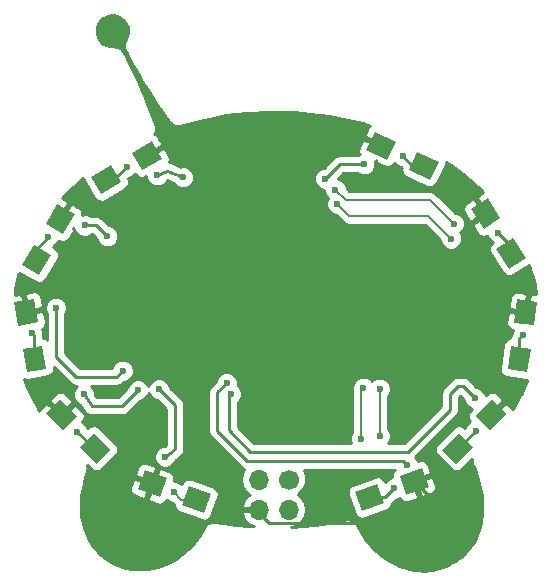
<source format=gtl>
G04 #@! TF.FileFunction,Copper,L1,Top,Signal*
%FSLAX46Y46*%
G04 Gerber Fmt 4.6, Leading zero omitted, Abs format (unit mm)*
G04 Created by KiCad (PCBNEW 4.0.7) date 05/31/18 21:42:14*
%MOMM*%
%LPD*%
G01*
G04 APERTURE LIST*
%ADD10C,0.100000*%
%ADD11C,1.700000*%
%ADD12O,1.700000X1.700000*%
%ADD13C,0.600000*%
%ADD14C,0.250000*%
%ADD15C,0.200000*%
%ADD16C,0.254000*%
G04 APERTURE END LIST*
D10*
D11*
X101107240Y-115813840D03*
D12*
X101107240Y-118353840D03*
X98567240Y-115813840D03*
X98567240Y-118353840D03*
D10*
G36*
X112383360Y-114824701D02*
X112964795Y-116422179D01*
X111085410Y-117106219D01*
X110503975Y-115508741D01*
X112383360Y-114824701D01*
X112383360Y-114824701D01*
G37*
G36*
X108624590Y-116192781D02*
X109206025Y-117790259D01*
X107326640Y-118474299D01*
X106745205Y-116876821D01*
X108624590Y-116192781D01*
X108624590Y-116192781D01*
G37*
G36*
X88330205Y-116612679D02*
X88911640Y-115015201D01*
X90791025Y-115699241D01*
X90209590Y-117296719D01*
X88330205Y-116612679D01*
X88330205Y-116612679D01*
G37*
G36*
X92088975Y-117980759D02*
X92670410Y-116383281D01*
X94549795Y-117067321D01*
X93968360Y-118664799D01*
X92088975Y-117980759D01*
X92088975Y-117980759D01*
G37*
G36*
X80589638Y-110239720D02*
X81791720Y-109037638D01*
X83205934Y-110451852D01*
X82003852Y-111653934D01*
X80589638Y-110239720D01*
X80589638Y-110239720D01*
G37*
G36*
X83418066Y-113068148D02*
X84620148Y-111866066D01*
X86034362Y-113280280D01*
X84832280Y-114482362D01*
X83418066Y-113068148D01*
X83418066Y-113068148D01*
G37*
G36*
X77889969Y-100825177D02*
X79564142Y-100529975D01*
X79911439Y-102499591D01*
X78237266Y-102794793D01*
X77889969Y-100825177D01*
X77889969Y-100825177D01*
G37*
G36*
X78584561Y-104764409D02*
X80258734Y-104469207D01*
X80606031Y-106438823D01*
X78931858Y-106734025D01*
X78584561Y-104764409D01*
X78584561Y-104764409D01*
G37*
G36*
X81535878Y-92480924D02*
X83008122Y-93330924D01*
X82008122Y-95062974D01*
X80535878Y-94212974D01*
X81535878Y-92480924D01*
X81535878Y-92480924D01*
G37*
G36*
X79535878Y-95945026D02*
X81008122Y-96795026D01*
X80008122Y-98527076D01*
X78535878Y-97677076D01*
X79535878Y-95945026D01*
X79535878Y-95945026D01*
G37*
G36*
X89549076Y-87171878D02*
X90399076Y-88644122D01*
X88667026Y-89644122D01*
X87817026Y-88171878D01*
X89549076Y-87171878D01*
X89549076Y-87171878D01*
G37*
G36*
X86084974Y-89171878D02*
X86934974Y-90644122D01*
X85202924Y-91644122D01*
X84352924Y-90171878D01*
X86084974Y-89171878D01*
X86084974Y-89171878D01*
G37*
G36*
X107665851Y-87894506D02*
X108384302Y-86353783D01*
X110196917Y-87199020D01*
X109478466Y-88739743D01*
X107665851Y-87894506D01*
X107665851Y-87894506D01*
G37*
G36*
X111291083Y-89584980D02*
X112009534Y-88044257D01*
X113822149Y-88889494D01*
X113103698Y-90430217D01*
X111291083Y-89584980D01*
X111291083Y-89584980D01*
G37*
G36*
X116525213Y-92942932D02*
X117950953Y-92017045D01*
X119040231Y-93694386D01*
X117614491Y-94620273D01*
X116525213Y-92942932D01*
X116525213Y-92942932D01*
G37*
G36*
X118703769Y-96297614D02*
X120129509Y-95371727D01*
X121218787Y-97049068D01*
X119793047Y-97974955D01*
X118703769Y-96297614D01*
X118703769Y-96297614D01*
G37*
G36*
X120479791Y-100542899D02*
X122163247Y-100779493D01*
X121884901Y-102760029D01*
X120201445Y-102523435D01*
X120479791Y-100542899D01*
X120479791Y-100542899D01*
G37*
G36*
X119923099Y-104503971D02*
X121606555Y-104740565D01*
X121328209Y-106721101D01*
X119644753Y-106484507D01*
X119923099Y-104503971D01*
X119923099Y-104503971D01*
G37*
G36*
X118360280Y-109037638D02*
X119562362Y-110239720D01*
X118148148Y-111653934D01*
X116946066Y-110451852D01*
X118360280Y-109037638D01*
X118360280Y-109037638D01*
G37*
G36*
X115531852Y-111866066D02*
X116733934Y-113068148D01*
X115319720Y-114482362D01*
X114117638Y-113280280D01*
X115531852Y-111866066D01*
X115531852Y-111866066D01*
G37*
D13*
X101282500Y-112318800D03*
X101257100Y-110312200D03*
X91389200Y-116878100D03*
X83174840Y-111749840D03*
X79364840Y-103444040D03*
X80736440Y-95290640D03*
X87401400Y-89347040D03*
X110759240Y-88432640D03*
X118836440Y-94909640D03*
X120924320Y-103545640D03*
X116954300Y-111709200D03*
X110032800Y-116573300D03*
X90647520Y-113893600D03*
X90144600Y-108168440D03*
X83779360Y-108610400D03*
X88356440Y-108244640D03*
X81422240Y-101269800D03*
X87061040Y-106603800D03*
X83850480Y-94305120D03*
X85765640Y-95214440D03*
X89992200Y-90068400D03*
X92171520Y-90236040D03*
X107518200Y-89118440D03*
X104206040Y-90337640D03*
X115087400Y-94145100D03*
X105079800Y-91262200D03*
X114871500Y-95427800D03*
X105219500Y-92481400D03*
X116878100Y-108915200D03*
X96202500Y-108572300D03*
X108813600Y-112128300D03*
X108813600Y-108127800D03*
X107251500Y-112356900D03*
X107442000Y-108051600D03*
X111150400Y-114604800D03*
X95859600Y-107657900D03*
D14*
X98567240Y-118353840D02*
X98567240Y-118671340D01*
X98567240Y-118671340D02*
X99428300Y-119532400D01*
X112979200Y-117210275D02*
X111734385Y-115965460D01*
X112979200Y-117703600D02*
X112979200Y-117210275D01*
X111150400Y-119532400D02*
X112979200Y-117703600D01*
X99428300Y-119532400D02*
X111150400Y-119532400D01*
D15*
X101282500Y-112318800D02*
X101257100Y-112293400D01*
X101257100Y-112293400D02*
X101257100Y-110312200D01*
X92035140Y-117524040D02*
X93319385Y-117524040D01*
X91389200Y-116878100D02*
X92035140Y-117524040D01*
D14*
X83174840Y-111749840D02*
X84599214Y-113174214D01*
X84599214Y-113174214D02*
X84726214Y-113174214D01*
X79595296Y-103674496D02*
X79595296Y-105601616D01*
X79364840Y-103444040D02*
X79595296Y-103674496D01*
X80736440Y-95290640D02*
X79772000Y-96255080D01*
X79772000Y-96255080D02*
X79772000Y-97236051D01*
X87401400Y-89347040D02*
X86340440Y-90408000D01*
X86340440Y-90408000D02*
X85643949Y-90408000D01*
X110759240Y-88432640D02*
X111563837Y-89237237D01*
X111563837Y-89237237D02*
X112556616Y-89237237D01*
X118836440Y-94909640D02*
X119961278Y-96034478D01*
X119961278Y-96034478D02*
X119961278Y-96673341D01*
X120625654Y-105612536D02*
X120625654Y-103844306D01*
X120625654Y-103844306D02*
X120924320Y-103545640D01*
X116954300Y-111709200D02*
X115489286Y-113174214D01*
X115489286Y-113174214D02*
X115425786Y-113174214D01*
X115501986Y-113174214D02*
X115425786Y-113174214D01*
X109272560Y-117333540D02*
X107975615Y-117333540D01*
X110032800Y-116573300D02*
X109272560Y-117333540D01*
X91516200Y-113233200D02*
X90647520Y-113893600D01*
X91516200Y-109540040D02*
X91516200Y-113233200D01*
X90144600Y-108168440D02*
X91516200Y-109540040D01*
X84429600Y-109616240D02*
X83779360Y-108610400D01*
X86984840Y-109616240D02*
X84429600Y-109616240D01*
X88356440Y-108244640D02*
X86984840Y-109616240D01*
X81422240Y-105425240D02*
X81422240Y-101269800D01*
X83134200Y-107137200D02*
X81422240Y-105425240D01*
X86527640Y-107137200D02*
X83134200Y-107137200D01*
X87061040Y-106603800D02*
X86527640Y-107137200D01*
X84775040Y-94223840D02*
X83850480Y-94305120D01*
X85765640Y-95214440D02*
X84775040Y-94223840D01*
X90835480Y-89651840D02*
X89992200Y-90068400D01*
X92171520Y-90236040D02*
X90835480Y-89651840D01*
X105425240Y-89118440D02*
X107518200Y-89118440D01*
X104206040Y-90337640D02*
X105425240Y-89118440D01*
D15*
X113068100Y-92125800D02*
X115087400Y-94145100D01*
X105943400Y-92125800D02*
X113068100Y-92125800D01*
X105079800Y-91262200D02*
X105943400Y-92125800D01*
X112953800Y-93510100D02*
X114871500Y-95427800D01*
X106248200Y-93510100D02*
X112953800Y-93510100D01*
X105219500Y-92481400D02*
X106248200Y-93510100D01*
D14*
X115836700Y-107873800D02*
X116878100Y-108915200D01*
X115455700Y-107873800D02*
X115836700Y-107873800D01*
X114782600Y-108546900D02*
X115455700Y-107873800D01*
X114782600Y-109893100D02*
X114782600Y-108546900D01*
X111213900Y-113461800D02*
X114782600Y-109893100D01*
X97840800Y-113461800D02*
X111213900Y-113461800D01*
X96024700Y-111645700D02*
X97840800Y-113461800D01*
X96024700Y-108750100D02*
X96024700Y-111645700D01*
X96202500Y-108572300D02*
X96024700Y-108750100D01*
D15*
X108813600Y-108127800D02*
X108813600Y-112128300D01*
X107251500Y-108242100D02*
X107251500Y-112356900D01*
X107442000Y-108051600D02*
X107251500Y-108242100D01*
D14*
X110769400Y-114223800D02*
X111150400Y-114604800D01*
X97624900Y-114223800D02*
X110769400Y-114223800D01*
X95084900Y-111683800D02*
X97624900Y-114223800D01*
X95084900Y-108432600D02*
X95084900Y-111683800D01*
X95859600Y-107657900D02*
X95084900Y-108432600D01*
D16*
G36*
X115942978Y-109054880D02*
X115942938Y-109100367D01*
X116084983Y-109444143D01*
X116347773Y-109707392D01*
X116662015Y-109837878D01*
X116407740Y-110092153D01*
X116311067Y-110325542D01*
X116311066Y-110578161D01*
X116407739Y-110811550D01*
X116486860Y-110890671D01*
X116425357Y-110916083D01*
X116162108Y-111178873D01*
X116044209Y-111462805D01*
X115989661Y-111408257D01*
X115791958Y-111273172D01*
X115540796Y-111218688D01*
X115288225Y-111266212D01*
X115074043Y-111408257D01*
X113659829Y-112822471D01*
X113524744Y-113020174D01*
X113470260Y-113271336D01*
X113517784Y-113523907D01*
X113659829Y-113738089D01*
X114861911Y-114940171D01*
X115059614Y-115075256D01*
X115310776Y-115129740D01*
X115563347Y-115082216D01*
X115777529Y-114940171D01*
X116669080Y-114048620D01*
X116651916Y-114151793D01*
X116625626Y-114265795D01*
X116629302Y-114287726D01*
X116625653Y-114309658D01*
X116652078Y-114423624D01*
X116671417Y-114539012D01*
X116683204Y-114557865D01*
X116688227Y-114579527D01*
X116858545Y-114956660D01*
X116962336Y-115221903D01*
X117079197Y-115549115D01*
X117172730Y-115864786D01*
X117256197Y-116174807D01*
X117339497Y-116531809D01*
X117456759Y-117129846D01*
X117478318Y-117377769D01*
X117501600Y-117715361D01*
X117501600Y-118015085D01*
X117489531Y-118727136D01*
X117422197Y-119366812D01*
X117289260Y-119876404D01*
X117085752Y-120486928D01*
X116933976Y-120779639D01*
X116784108Y-121067848D01*
X116462845Y-121566359D01*
X116041237Y-122043442D01*
X115681111Y-122371792D01*
X115514492Y-122479605D01*
X115500413Y-122493275D01*
X115482598Y-122501498D01*
X115205630Y-122702929D01*
X115156915Y-122737725D01*
X115007282Y-122817529D01*
X114996647Y-122826241D01*
X114983652Y-122830717D01*
X114698616Y-122996988D01*
X114663567Y-123014512D01*
X114202280Y-123208739D01*
X114182876Y-123221869D01*
X114160278Y-123228057D01*
X114140621Y-123237886D01*
X113594788Y-123398425D01*
X113260545Y-123454132D01*
X113124228Y-123475104D01*
X112575906Y-123520797D01*
X112025989Y-123509575D01*
X111681563Y-123467826D01*
X111056588Y-123320105D01*
X110456268Y-123112301D01*
X110015055Y-122919978D01*
X109516187Y-122647868D01*
X109003164Y-122294452D01*
X108493895Y-121866203D01*
X108046140Y-121418448D01*
X107598146Y-120867070D01*
X107218305Y-120280044D01*
X106891022Y-119649721D01*
X106866581Y-119619203D01*
X106851656Y-119583063D01*
X106775456Y-119468763D01*
X106758861Y-119452133D01*
X106748497Y-119431054D01*
X106661548Y-119354617D01*
X106579772Y-119272670D01*
X106558081Y-119263658D01*
X106540436Y-119248147D01*
X106430857Y-119210804D01*
X106323943Y-119166387D01*
X106300448Y-119166362D01*
X106278216Y-119158786D01*
X106162691Y-119166219D01*
X106046914Y-119166098D01*
X106025202Y-119175065D01*
X106001760Y-119176573D01*
X105827221Y-119223117D01*
X105274401Y-119343295D01*
X104484741Y-119479018D01*
X103896656Y-119566605D01*
X103305940Y-119652751D01*
X102129013Y-119764249D01*
X101531106Y-119800856D01*
X101297131Y-119806855D01*
X101704618Y-119725801D01*
X102186387Y-119403894D01*
X102508294Y-118922125D01*
X102621333Y-118353840D01*
X102508294Y-117785555D01*
X102186387Y-117303786D01*
X101882080Y-117100455D01*
X101947326Y-117073496D01*
X102365428Y-116656123D01*
X102591982Y-116110521D01*
X102592497Y-115519751D01*
X102371047Y-114983800D01*
X110136930Y-114983800D01*
X109981851Y-115125903D01*
X109875089Y-115354854D01*
X109864070Y-115607232D01*
X109875328Y-115638162D01*
X109847633Y-115638138D01*
X109503857Y-115780183D01*
X109254140Y-116029465D01*
X109232985Y-115971343D01*
X109110894Y-115765362D01*
X108906290Y-115609837D01*
X108657298Y-115546168D01*
X108403153Y-115584386D01*
X106523768Y-116268426D01*
X106317786Y-116390517D01*
X106162261Y-116595121D01*
X106098592Y-116844113D01*
X106136810Y-117098259D01*
X106718245Y-118695737D01*
X106840336Y-118901718D01*
X107044940Y-119057243D01*
X107293932Y-119120912D01*
X107548077Y-119082694D01*
X109427462Y-118398654D01*
X109633444Y-118276563D01*
X109788969Y-118071959D01*
X109850818Y-117830084D01*
X110172480Y-117508422D01*
X110217967Y-117508462D01*
X110511862Y-117387027D01*
X110531905Y-117442094D01*
X110702572Y-117628344D01*
X110931523Y-117735105D01*
X111183901Y-117746124D01*
X111973768Y-117458636D01*
X112068648Y-117255164D01*
X111658481Y-116128238D01*
X111639687Y-116135079D01*
X111605578Y-116041364D01*
X111897163Y-116041364D01*
X112307330Y-117168291D01*
X112510802Y-117263171D01*
X113300669Y-116975683D01*
X113486919Y-116805017D01*
X113593681Y-116576066D01*
X113604700Y-116323688D01*
X113518299Y-116086304D01*
X113368515Y-115674774D01*
X113165043Y-115579894D01*
X111897163Y-116041364D01*
X111605578Y-116041364D01*
X111552814Y-115896396D01*
X111571607Y-115889556D01*
X111564766Y-115870762D01*
X111803449Y-115783889D01*
X111810289Y-115802682D01*
X113078170Y-115341212D01*
X113173050Y-115137740D01*
X113023266Y-114726210D01*
X112936865Y-114488826D01*
X112766198Y-114302576D01*
X112537247Y-114195815D01*
X112284869Y-114184796D01*
X112027270Y-114278554D01*
X111943517Y-114075857D01*
X111809198Y-113941304D01*
X115320001Y-110430501D01*
X115484748Y-110183939D01*
X115542600Y-109893100D01*
X115542600Y-108861702D01*
X115646200Y-108758102D01*
X115942978Y-109054880D01*
X115942978Y-109054880D01*
G37*
X115942978Y-109054880D02*
X115942938Y-109100367D01*
X116084983Y-109444143D01*
X116347773Y-109707392D01*
X116662015Y-109837878D01*
X116407740Y-110092153D01*
X116311067Y-110325542D01*
X116311066Y-110578161D01*
X116407739Y-110811550D01*
X116486860Y-110890671D01*
X116425357Y-110916083D01*
X116162108Y-111178873D01*
X116044209Y-111462805D01*
X115989661Y-111408257D01*
X115791958Y-111273172D01*
X115540796Y-111218688D01*
X115288225Y-111266212D01*
X115074043Y-111408257D01*
X113659829Y-112822471D01*
X113524744Y-113020174D01*
X113470260Y-113271336D01*
X113517784Y-113523907D01*
X113659829Y-113738089D01*
X114861911Y-114940171D01*
X115059614Y-115075256D01*
X115310776Y-115129740D01*
X115563347Y-115082216D01*
X115777529Y-114940171D01*
X116669080Y-114048620D01*
X116651916Y-114151793D01*
X116625626Y-114265795D01*
X116629302Y-114287726D01*
X116625653Y-114309658D01*
X116652078Y-114423624D01*
X116671417Y-114539012D01*
X116683204Y-114557865D01*
X116688227Y-114579527D01*
X116858545Y-114956660D01*
X116962336Y-115221903D01*
X117079197Y-115549115D01*
X117172730Y-115864786D01*
X117256197Y-116174807D01*
X117339497Y-116531809D01*
X117456759Y-117129846D01*
X117478318Y-117377769D01*
X117501600Y-117715361D01*
X117501600Y-118015085D01*
X117489531Y-118727136D01*
X117422197Y-119366812D01*
X117289260Y-119876404D01*
X117085752Y-120486928D01*
X116933976Y-120779639D01*
X116784108Y-121067848D01*
X116462845Y-121566359D01*
X116041237Y-122043442D01*
X115681111Y-122371792D01*
X115514492Y-122479605D01*
X115500413Y-122493275D01*
X115482598Y-122501498D01*
X115205630Y-122702929D01*
X115156915Y-122737725D01*
X115007282Y-122817529D01*
X114996647Y-122826241D01*
X114983652Y-122830717D01*
X114698616Y-122996988D01*
X114663567Y-123014512D01*
X114202280Y-123208739D01*
X114182876Y-123221869D01*
X114160278Y-123228057D01*
X114140621Y-123237886D01*
X113594788Y-123398425D01*
X113260545Y-123454132D01*
X113124228Y-123475104D01*
X112575906Y-123520797D01*
X112025989Y-123509575D01*
X111681563Y-123467826D01*
X111056588Y-123320105D01*
X110456268Y-123112301D01*
X110015055Y-122919978D01*
X109516187Y-122647868D01*
X109003164Y-122294452D01*
X108493895Y-121866203D01*
X108046140Y-121418448D01*
X107598146Y-120867070D01*
X107218305Y-120280044D01*
X106891022Y-119649721D01*
X106866581Y-119619203D01*
X106851656Y-119583063D01*
X106775456Y-119468763D01*
X106758861Y-119452133D01*
X106748497Y-119431054D01*
X106661548Y-119354617D01*
X106579772Y-119272670D01*
X106558081Y-119263658D01*
X106540436Y-119248147D01*
X106430857Y-119210804D01*
X106323943Y-119166387D01*
X106300448Y-119166362D01*
X106278216Y-119158786D01*
X106162691Y-119166219D01*
X106046914Y-119166098D01*
X106025202Y-119175065D01*
X106001760Y-119176573D01*
X105827221Y-119223117D01*
X105274401Y-119343295D01*
X104484741Y-119479018D01*
X103896656Y-119566605D01*
X103305940Y-119652751D01*
X102129013Y-119764249D01*
X101531106Y-119800856D01*
X101297131Y-119806855D01*
X101704618Y-119725801D01*
X102186387Y-119403894D01*
X102508294Y-118922125D01*
X102621333Y-118353840D01*
X102508294Y-117785555D01*
X102186387Y-117303786D01*
X101882080Y-117100455D01*
X101947326Y-117073496D01*
X102365428Y-116656123D01*
X102591982Y-116110521D01*
X102592497Y-115519751D01*
X102371047Y-114983800D01*
X110136930Y-114983800D01*
X109981851Y-115125903D01*
X109875089Y-115354854D01*
X109864070Y-115607232D01*
X109875328Y-115638162D01*
X109847633Y-115638138D01*
X109503857Y-115780183D01*
X109254140Y-116029465D01*
X109232985Y-115971343D01*
X109110894Y-115765362D01*
X108906290Y-115609837D01*
X108657298Y-115546168D01*
X108403153Y-115584386D01*
X106523768Y-116268426D01*
X106317786Y-116390517D01*
X106162261Y-116595121D01*
X106098592Y-116844113D01*
X106136810Y-117098259D01*
X106718245Y-118695737D01*
X106840336Y-118901718D01*
X107044940Y-119057243D01*
X107293932Y-119120912D01*
X107548077Y-119082694D01*
X109427462Y-118398654D01*
X109633444Y-118276563D01*
X109788969Y-118071959D01*
X109850818Y-117830084D01*
X110172480Y-117508422D01*
X110217967Y-117508462D01*
X110511862Y-117387027D01*
X110531905Y-117442094D01*
X110702572Y-117628344D01*
X110931523Y-117735105D01*
X111183901Y-117746124D01*
X111973768Y-117458636D01*
X112068648Y-117255164D01*
X111658481Y-116128238D01*
X111639687Y-116135079D01*
X111605578Y-116041364D01*
X111897163Y-116041364D01*
X112307330Y-117168291D01*
X112510802Y-117263171D01*
X113300669Y-116975683D01*
X113486919Y-116805017D01*
X113593681Y-116576066D01*
X113604700Y-116323688D01*
X113518299Y-116086304D01*
X113368515Y-115674774D01*
X113165043Y-115579894D01*
X111897163Y-116041364D01*
X111605578Y-116041364D01*
X111552814Y-115896396D01*
X111571607Y-115889556D01*
X111564766Y-115870762D01*
X111803449Y-115783889D01*
X111810289Y-115802682D01*
X113078170Y-115341212D01*
X113173050Y-115137740D01*
X113023266Y-114726210D01*
X112936865Y-114488826D01*
X112766198Y-114302576D01*
X112537247Y-114195815D01*
X112284869Y-114184796D01*
X112027270Y-114278554D01*
X111943517Y-114075857D01*
X111809198Y-113941304D01*
X115320001Y-110430501D01*
X115484748Y-110183939D01*
X115542600Y-109893100D01*
X115542600Y-108861702D01*
X115646200Y-108758102D01*
X115942978Y-109054880D01*
G36*
X86310819Y-76525979D02*
X86588152Y-76583358D01*
X86709787Y-76621369D01*
X86874545Y-76699825D01*
X87118745Y-76874254D01*
X87294249Y-77065713D01*
X87380080Y-77215916D01*
X87489624Y-77502417D01*
X87504200Y-77677327D01*
X87504200Y-77953935D01*
X87479153Y-78095867D01*
X87457634Y-78196289D01*
X87327284Y-78507125D01*
X87236257Y-78689178D01*
X87233681Y-78698586D01*
X87227910Y-78706451D01*
X87197182Y-78831867D01*
X87163087Y-78956369D01*
X87164307Y-78966045D01*
X87161985Y-78975521D01*
X87181589Y-79103139D01*
X87197735Y-79231222D01*
X87202566Y-79239697D01*
X87204047Y-79249338D01*
X87254847Y-79389038D01*
X87272642Y-79418383D01*
X87281069Y-79451653D01*
X87408069Y-79718352D01*
X87419892Y-79734206D01*
X87425794Y-79753085D01*
X87806752Y-80451508D01*
X88121509Y-81030661D01*
X88246308Y-81267780D01*
X88253116Y-81276185D01*
X88256500Y-81286461D01*
X88421600Y-81578561D01*
X88425317Y-81582879D01*
X88427184Y-81588261D01*
X88643085Y-81956561D01*
X88645535Y-81959318D01*
X88646780Y-81962792D01*
X88989680Y-82534292D01*
X88994599Y-82539715D01*
X88997208Y-82546555D01*
X89340108Y-83092655D01*
X89344140Y-83096922D01*
X89346321Y-83102374D01*
X89867021Y-83902473D01*
X89872852Y-83908447D01*
X89876132Y-83916126D01*
X90038814Y-84153892D01*
X90163445Y-84340838D01*
X90167091Y-84344492D01*
X90169130Y-84349235D01*
X90305948Y-84548243D01*
X90455544Y-84772637D01*
X90467889Y-84785007D01*
X90475335Y-84800818D01*
X90907135Y-85385018D01*
X90927763Y-85403775D01*
X90941561Y-85428001D01*
X91106661Y-85618501D01*
X91157893Y-85658292D01*
X91199667Y-85707917D01*
X91263167Y-85758717D01*
X91326087Y-85791345D01*
X91381551Y-85835472D01*
X91447860Y-85854492D01*
X91509095Y-85886247D01*
X91579710Y-85892313D01*
X91647840Y-85911856D01*
X91716377Y-85904054D01*
X91785107Y-85909958D01*
X91852672Y-85888538D01*
X91923091Y-85880521D01*
X92224361Y-85784115D01*
X92912349Y-85599832D01*
X93915038Y-85352254D01*
X94771855Y-85190825D01*
X94775604Y-85189316D01*
X94779642Y-85189312D01*
X95396508Y-85065939D01*
X95896602Y-84992754D01*
X96524399Y-84904863D01*
X96722364Y-84880117D01*
X96733405Y-84876450D01*
X96745033Y-84876912D01*
X96957335Y-84843391D01*
X97270948Y-84820160D01*
X97272783Y-84819652D01*
X97274673Y-84819874D01*
X98065600Y-84757102D01*
X99000012Y-84707267D01*
X99875472Y-84682606D01*
X101086240Y-84707570D01*
X101474354Y-84719699D01*
X102330956Y-84781771D01*
X102897458Y-84831032D01*
X103704311Y-84930337D01*
X104494137Y-85041407D01*
X105733548Y-85276895D01*
X107395339Y-85661339D01*
X107995100Y-85849143D01*
X107862177Y-85970945D01*
X107755416Y-86199895D01*
X107570334Y-86596805D01*
X107647120Y-86807772D01*
X108869955Y-87377989D01*
X108878407Y-87359863D01*
X109108610Y-87467208D01*
X109100158Y-87485334D01*
X109118284Y-87493786D01*
X109010939Y-87723989D01*
X108992813Y-87715537D01*
X108984361Y-87733663D01*
X108754158Y-87626318D01*
X108762610Y-87608192D01*
X107539775Y-87037974D01*
X107328808Y-87114760D01*
X107143726Y-87511669D01*
X107036964Y-87740619D01*
X107025945Y-87992998D01*
X107112347Y-88230381D01*
X107141647Y-88262357D01*
X106989257Y-88325323D01*
X106956082Y-88358440D01*
X105425240Y-88358440D01*
X105134400Y-88416292D01*
X104887839Y-88581039D01*
X104066360Y-89402518D01*
X104020873Y-89402478D01*
X103677097Y-89544523D01*
X103413848Y-89807313D01*
X103271202Y-90150841D01*
X103270878Y-90522807D01*
X103412923Y-90866583D01*
X103675713Y-91129832D01*
X104019241Y-91272478D01*
X104144790Y-91272587D01*
X104144638Y-91447367D01*
X104286683Y-91791143D01*
X104436838Y-91941560D01*
X104427308Y-91951073D01*
X104284662Y-92294601D01*
X104284338Y-92666567D01*
X104426383Y-93010343D01*
X104689173Y-93273592D01*
X105032701Y-93416238D01*
X105114963Y-93416310D01*
X105728476Y-94029823D01*
X105966927Y-94189151D01*
X106010721Y-94197862D01*
X106248200Y-94245100D01*
X112649354Y-94245100D01*
X113936408Y-95532155D01*
X113936338Y-95612967D01*
X114078383Y-95956743D01*
X114341173Y-96219992D01*
X114684701Y-96362638D01*
X115056667Y-96362962D01*
X115400443Y-96220917D01*
X115663692Y-95958127D01*
X115806338Y-95614599D01*
X115806662Y-95242633D01*
X115664617Y-94898857D01*
X115660202Y-94894434D01*
X115879592Y-94675427D01*
X116022238Y-94331899D01*
X116022562Y-93959933D01*
X115880517Y-93616157D01*
X115617727Y-93352908D01*
X115274199Y-93210262D01*
X115191937Y-93210190D01*
X114916204Y-92934457D01*
X115877828Y-92934457D01*
X115923864Y-93182846D01*
X116381666Y-93887798D01*
X116601266Y-93934475D01*
X117607042Y-93281317D01*
X116872187Y-92149741D01*
X116652587Y-92103063D01*
X116285299Y-92341583D01*
X116073435Y-92479169D01*
X115930350Y-92687359D01*
X115877828Y-92934457D01*
X114916204Y-92934457D01*
X113587823Y-91606077D01*
X113349372Y-91446749D01*
X113068100Y-91390800D01*
X106247847Y-91390800D01*
X106014892Y-91157845D01*
X106014962Y-91077033D01*
X105872917Y-90733257D01*
X105610127Y-90470008D01*
X105283925Y-90334557D01*
X105740042Y-89878440D01*
X106955737Y-89878440D01*
X106987873Y-89910632D01*
X107331401Y-90053278D01*
X107703367Y-90053602D01*
X108047143Y-89911557D01*
X108310392Y-89648767D01*
X108453038Y-89305239D01*
X108453362Y-88933273D01*
X108440026Y-88900997D01*
X108485989Y-88802428D01*
X108562773Y-89013393D01*
X109324578Y-89368629D01*
X109576957Y-89379648D01*
X109814341Y-89293248D01*
X110000591Y-89122581D01*
X110040788Y-89036378D01*
X110228913Y-89224832D01*
X110572441Y-89367478D01*
X110619317Y-89367519D01*
X110675561Y-89423763D01*
X110644983Y-89543342D01*
X110679687Y-89797991D01*
X110810730Y-90019076D01*
X111017463Y-90171760D01*
X112830078Y-91016997D01*
X113062060Y-91076317D01*
X113316710Y-91041613D01*
X113537794Y-90910570D01*
X113690478Y-90703837D01*
X114408929Y-89163114D01*
X114468249Y-88931132D01*
X114465589Y-88911614D01*
X114831406Y-89151058D01*
X115870033Y-89933083D01*
X117137733Y-91053089D01*
X117576957Y-91502771D01*
X117499176Y-91553282D01*
X117131887Y-91791802D01*
X117085210Y-92011402D01*
X117820064Y-93142979D01*
X117836837Y-93132086D01*
X117975176Y-93345108D01*
X117958402Y-93356001D01*
X117969295Y-93372774D01*
X117756273Y-93511113D01*
X117745380Y-93494339D01*
X116739604Y-94147498D01*
X116692927Y-94367098D01*
X117150728Y-95072050D01*
X117358918Y-95215135D01*
X117606016Y-95267658D01*
X117854404Y-95221622D01*
X117932675Y-95170793D01*
X118043323Y-95438583D01*
X118306113Y-95701832D01*
X118383171Y-95733829D01*
X118351148Y-95754625D01*
X118177910Y-95919922D01*
X118072397Y-96154268D01*
X118066371Y-96411200D01*
X118160780Y-96650235D01*
X119250058Y-98327576D01*
X119415356Y-98500814D01*
X119649701Y-98606327D01*
X119906634Y-98612353D01*
X120145668Y-98517944D01*
X121469911Y-97657970D01*
X121671150Y-98247809D01*
X121854196Y-98955588D01*
X121961570Y-99385082D01*
X122091170Y-100128123D01*
X121692863Y-100072144D01*
X121513564Y-100207256D01*
X121325785Y-101543375D01*
X121345591Y-101546158D01*
X121310240Y-101797686D01*
X121290435Y-101794903D01*
X121287651Y-101814709D01*
X121036124Y-101779358D01*
X121038907Y-101759553D01*
X119851328Y-101592650D01*
X119672029Y-101727761D01*
X119555046Y-102560140D01*
X119618297Y-102804712D01*
X119770326Y-103006463D01*
X119987989Y-103134676D01*
X120077349Y-103147235D01*
X119989482Y-103358841D01*
X119989398Y-103454852D01*
X119923506Y-103553467D01*
X119865654Y-103844306D01*
X119865654Y-103869678D01*
X119774016Y-103873929D01*
X119540640Y-103981569D01*
X119367529Y-104171525D01*
X119281960Y-104413865D01*
X119003614Y-106394401D01*
X119014711Y-106633590D01*
X119122351Y-106866966D01*
X119312307Y-107040077D01*
X119554647Y-107125646D01*
X121238103Y-107362240D01*
X121307171Y-107359036D01*
X121257973Y-107501449D01*
X120926147Y-108263421D01*
X120925209Y-108267730D01*
X120922739Y-108271380D01*
X120832004Y-108486875D01*
X120657776Y-108823715D01*
X120200947Y-109663293D01*
X120079746Y-109859079D01*
X119612389Y-109391722D01*
X119387883Y-109391722D01*
X118433819Y-110345786D01*
X118447962Y-110359929D01*
X118268357Y-110539534D01*
X118254214Y-110525391D01*
X118240072Y-110539534D01*
X118060467Y-110359929D01*
X118074609Y-110345786D01*
X118060467Y-110331644D01*
X118240072Y-110152039D01*
X118254214Y-110166181D01*
X119208278Y-109212117D01*
X119208278Y-108987611D01*
X118719978Y-108499311D01*
X118486589Y-108402638D01*
X118233970Y-108402639D01*
X118000581Y-108499312D01*
X117800572Y-108699321D01*
X117671217Y-108386257D01*
X117408427Y-108123008D01*
X117064899Y-107980362D01*
X117018023Y-107980321D01*
X116374101Y-107336399D01*
X116127539Y-107171652D01*
X115836700Y-107113800D01*
X115455700Y-107113800D01*
X115164861Y-107171652D01*
X114918299Y-107336399D01*
X114245199Y-108009499D01*
X114080452Y-108256061D01*
X114022600Y-108546900D01*
X114022600Y-109578298D01*
X110899098Y-112701800D01*
X109562544Y-112701800D01*
X109605792Y-112658627D01*
X109748438Y-112315099D01*
X109748762Y-111943133D01*
X109606717Y-111599357D01*
X109548600Y-111541138D01*
X109548600Y-108715219D01*
X109605792Y-108658127D01*
X109748438Y-108314599D01*
X109748762Y-107942633D01*
X109606717Y-107598857D01*
X109343927Y-107335608D01*
X109000399Y-107192962D01*
X108628433Y-107192638D01*
X108284657Y-107334683D01*
X108165857Y-107453276D01*
X107972327Y-107259408D01*
X107628799Y-107116762D01*
X107256833Y-107116438D01*
X106913057Y-107258483D01*
X106649808Y-107521273D01*
X106507162Y-107864801D01*
X106506838Y-108236767D01*
X106516500Y-108260151D01*
X106516500Y-111769481D01*
X106459308Y-111826573D01*
X106316662Y-112170101D01*
X106316338Y-112542067D01*
X106382338Y-112701800D01*
X98155602Y-112701800D01*
X96784700Y-111330898D01*
X96784700Y-109312253D01*
X96994692Y-109102627D01*
X97137338Y-108759099D01*
X97137662Y-108387133D01*
X96995617Y-108043357D01*
X96794440Y-107841829D01*
X96794762Y-107472733D01*
X96652717Y-107128957D01*
X96389927Y-106865708D01*
X96046399Y-106723062D01*
X95674433Y-106722738D01*
X95330657Y-106864783D01*
X95067408Y-107127573D01*
X94924762Y-107471101D01*
X94924721Y-107517977D01*
X94547499Y-107895199D01*
X94382752Y-108141761D01*
X94324900Y-108432600D01*
X94324900Y-111683800D01*
X94382752Y-111974639D01*
X94547499Y-112221201D01*
X97087499Y-114761201D01*
X97334060Y-114925948D01*
X97374381Y-114933968D01*
X97166186Y-115245555D01*
X97053147Y-115813840D01*
X97166186Y-116382125D01*
X97488093Y-116863894D01*
X97828793Y-117091542D01*
X97685882Y-117158657D01*
X97295595Y-117586916D01*
X97125764Y-117996950D01*
X97247085Y-118226840D01*
X98440240Y-118226840D01*
X98440240Y-118206840D01*
X98694240Y-118206840D01*
X98694240Y-118226840D01*
X98714240Y-118226840D01*
X98714240Y-118480840D01*
X98694240Y-118480840D01*
X98694240Y-118500840D01*
X98440240Y-118500840D01*
X98440240Y-118480840D01*
X97247085Y-118480840D01*
X97125764Y-118710730D01*
X97295595Y-119120764D01*
X97685882Y-119549023D01*
X98171627Y-119777141D01*
X97867034Y-119763782D01*
X96657681Y-119640379D01*
X95618294Y-119490106D01*
X95614665Y-119490298D01*
X95611225Y-119489120D01*
X94760324Y-119374820D01*
X94752372Y-119375320D01*
X94744778Y-119372906D01*
X94614393Y-119384000D01*
X94483843Y-119392212D01*
X94476690Y-119395716D01*
X94468747Y-119396392D01*
X94352541Y-119456534D01*
X94235062Y-119514084D01*
X94229792Y-119520062D01*
X94222716Y-119523724D01*
X94138378Y-119623749D01*
X94051858Y-119721885D01*
X94049277Y-119729422D01*
X94044140Y-119735515D01*
X93847159Y-120092542D01*
X93603054Y-120499385D01*
X93082719Y-121216290D01*
X92580262Y-121718746D01*
X92116426Y-122124603D01*
X91552895Y-122527125D01*
X90869168Y-122914570D01*
X90292576Y-123136336D01*
X89700540Y-123295730D01*
X89031324Y-123409157D01*
X88383307Y-123431502D01*
X87843134Y-123387406D01*
X87228390Y-123264458D01*
X86588609Y-123051197D01*
X86062555Y-122799130D01*
X85600234Y-122494676D01*
X85251568Y-122233176D01*
X84930099Y-121911707D01*
X84495687Y-121385840D01*
X84179824Y-120895708D01*
X84007184Y-120507267D01*
X83774072Y-119889520D01*
X83673022Y-119496549D01*
X83571269Y-119021703D01*
X83525944Y-118477801D01*
X83514396Y-118027426D01*
X83549419Y-117221887D01*
X83664987Y-116563155D01*
X83676433Y-116514188D01*
X87690300Y-116514188D01*
X87701319Y-116766566D01*
X87808081Y-116995517D01*
X87994331Y-117166183D01*
X88784198Y-117453671D01*
X88801369Y-117445664D01*
X89226352Y-117445664D01*
X89321232Y-117649136D01*
X90111099Y-117936624D01*
X90363477Y-117925605D01*
X90592428Y-117818844D01*
X90763095Y-117632594D01*
X90778631Y-117589910D01*
X90858873Y-117670292D01*
X91202401Y-117812938D01*
X91284663Y-117813010D01*
X91445313Y-117973660D01*
X91441705Y-117995591D01*
X91498471Y-118246247D01*
X91648284Y-118455069D01*
X91867538Y-118589154D01*
X93746923Y-119273194D01*
X93983192Y-119312069D01*
X94233847Y-119255303D01*
X94442670Y-119105490D01*
X94576755Y-118886237D01*
X95158190Y-117288759D01*
X95197065Y-117052489D01*
X95140299Y-116801833D01*
X94990486Y-116593011D01*
X94771232Y-116458926D01*
X92891847Y-115774886D01*
X92655578Y-115736011D01*
X92404923Y-115792777D01*
X92196100Y-115942590D01*
X92062015Y-116161843D01*
X92044197Y-116210796D01*
X91919527Y-116085908D01*
X91575999Y-115943262D01*
X91378024Y-115943090D01*
X91430930Y-115797732D01*
X91419911Y-115545354D01*
X91313149Y-115316403D01*
X91126899Y-115145737D01*
X90337032Y-114858249D01*
X90133560Y-114953129D01*
X89723393Y-116080056D01*
X89742186Y-116086896D01*
X89655313Y-116325579D01*
X89636519Y-116318738D01*
X89226352Y-117445664D01*
X88801369Y-117445664D01*
X88987670Y-117358791D01*
X89397837Y-116231864D01*
X88129957Y-115770394D01*
X87926485Y-115865274D01*
X87776701Y-116276804D01*
X87690300Y-116514188D01*
X83676433Y-116514188D01*
X83880488Y-115641290D01*
X83989691Y-115328240D01*
X88121950Y-115328240D01*
X88216830Y-115531712D01*
X89484711Y-115993182D01*
X89894878Y-114866256D01*
X89799998Y-114662784D01*
X89010131Y-114375296D01*
X88757753Y-114386315D01*
X88528802Y-114493076D01*
X88358135Y-114679326D01*
X88271734Y-114916710D01*
X88121950Y-115328240D01*
X83989691Y-115328240D01*
X84058582Y-115130754D01*
X84059692Y-115122835D01*
X84063594Y-115115857D01*
X84078885Y-114985937D01*
X84097044Y-114856409D01*
X84095040Y-114848671D01*
X84095975Y-114840727D01*
X84060387Y-114714861D01*
X84029362Y-114595062D01*
X84374471Y-114940171D01*
X84572174Y-115075256D01*
X84823336Y-115129740D01*
X85075907Y-115082216D01*
X85290089Y-114940171D01*
X86492171Y-113738089D01*
X86627256Y-113540386D01*
X86681740Y-113289224D01*
X86634216Y-113036653D01*
X86492171Y-112822471D01*
X85077957Y-111408257D01*
X84880254Y-111273172D01*
X84629092Y-111218688D01*
X84376521Y-111266212D01*
X84162339Y-111408257D01*
X84079571Y-111491025D01*
X83967957Y-111220897D01*
X83705167Y-110957648D01*
X83629559Y-110926252D01*
X83744261Y-110811550D01*
X83840934Y-110578161D01*
X83840933Y-110325542D01*
X83744260Y-110092153D01*
X83149895Y-109497788D01*
X82925389Y-109497788D01*
X82077391Y-110345786D01*
X82091534Y-110359929D01*
X81911929Y-110539534D01*
X81897786Y-110525391D01*
X81883644Y-110539534D01*
X81704039Y-110359929D01*
X81718181Y-110345786D01*
X80764117Y-109391722D01*
X80539611Y-109391722D01*
X80051311Y-109880022D01*
X80005158Y-109991444D01*
X79773906Y-109613731D01*
X79432386Y-108987611D01*
X80943722Y-108987611D01*
X80943722Y-109212117D01*
X81897786Y-110166181D01*
X82745784Y-109318183D01*
X82745784Y-109093677D01*
X82151419Y-108499312D01*
X81918030Y-108402639D01*
X81665411Y-108402638D01*
X81432022Y-108499311D01*
X80943722Y-108987611D01*
X79432386Y-108987611D01*
X79260839Y-108673109D01*
X78861153Y-107801067D01*
X78673061Y-107313421D01*
X78787364Y-107365135D01*
X79044285Y-107371629D01*
X80718458Y-107076427D01*
X80942511Y-106991959D01*
X81131202Y-106817470D01*
X81237141Y-106583317D01*
X81243635Y-106326396D01*
X81242573Y-106320375D01*
X82596799Y-107674601D01*
X82843361Y-107839348D01*
X83134200Y-107897200D01*
X83170360Y-107897200D01*
X82987168Y-108080073D01*
X82844522Y-108423601D01*
X82844198Y-108795567D01*
X82986243Y-109139343D01*
X83249033Y-109402592D01*
X83436947Y-109480621D01*
X83791354Y-110028844D01*
X83847446Y-110086663D01*
X83892199Y-110153641D01*
X83949689Y-110192054D01*
X83997834Y-110241682D01*
X84071783Y-110273635D01*
X84138761Y-110318388D01*
X84206575Y-110331877D01*
X84270047Y-110359303D01*
X84350593Y-110360524D01*
X84429600Y-110376240D01*
X86984840Y-110376240D01*
X87275679Y-110318388D01*
X87522241Y-110153641D01*
X88496120Y-109179762D01*
X88541607Y-109179802D01*
X88885383Y-109037757D01*
X89148632Y-108774967D01*
X89266376Y-108491409D01*
X89351483Y-108697383D01*
X89614273Y-108960632D01*
X89957801Y-109103278D01*
X90004677Y-109103319D01*
X90756200Y-109854842D01*
X90756200Y-112856291D01*
X90621655Y-112958577D01*
X90462353Y-112958438D01*
X90118577Y-113100483D01*
X89855328Y-113363273D01*
X89712682Y-113706801D01*
X89712358Y-114078767D01*
X89854403Y-114422543D01*
X90117193Y-114685792D01*
X90460721Y-114828438D01*
X90832687Y-114828762D01*
X91176463Y-114686717D01*
X91439712Y-114423927D01*
X91547654Y-114163974D01*
X91976153Y-113838215D01*
X92010504Y-113799397D01*
X92053601Y-113770601D01*
X92107899Y-113689338D01*
X92172670Y-113616145D01*
X92189551Y-113567136D01*
X92218348Y-113524039D01*
X92237415Y-113428182D01*
X92269246Y-113335774D01*
X92266088Y-113284038D01*
X92276200Y-113233200D01*
X92276200Y-109540040D01*
X92267875Y-109498187D01*
X92218348Y-109249200D01*
X92053601Y-109002639D01*
X91079722Y-108028760D01*
X91079762Y-107983273D01*
X90937717Y-107639497D01*
X90674927Y-107376248D01*
X90331399Y-107233602D01*
X89959433Y-107233278D01*
X89615657Y-107375323D01*
X89352408Y-107638113D01*
X89234664Y-107921671D01*
X89149557Y-107715697D01*
X88886767Y-107452448D01*
X88543239Y-107309802D01*
X88171273Y-107309478D01*
X87827497Y-107451523D01*
X87564248Y-107714313D01*
X87421602Y-108057841D01*
X87421561Y-108104717D01*
X86670038Y-108856240D01*
X84843267Y-108856240D01*
X84714320Y-108656776D01*
X84714522Y-108425233D01*
X84572477Y-108081457D01*
X84388541Y-107897200D01*
X86527640Y-107897200D01*
X86818479Y-107839348D01*
X87065041Y-107674601D01*
X87200720Y-107538922D01*
X87246207Y-107538962D01*
X87589983Y-107396917D01*
X87853232Y-107134127D01*
X87995878Y-106790599D01*
X87996202Y-106418633D01*
X87854157Y-106074857D01*
X87591367Y-105811608D01*
X87247839Y-105668962D01*
X86875873Y-105668638D01*
X86532097Y-105810683D01*
X86268848Y-106073473D01*
X86142729Y-106377200D01*
X83449002Y-106377200D01*
X82182240Y-105110438D01*
X82182240Y-101832263D01*
X82214432Y-101800127D01*
X82357078Y-101456599D01*
X82357334Y-101161823D01*
X119751567Y-101161823D01*
X119886678Y-101341122D01*
X121074257Y-101508025D01*
X121262036Y-100171906D01*
X121126925Y-99992607D01*
X120693246Y-99931657D01*
X120443085Y-99896500D01*
X120198513Y-99959750D01*
X119996763Y-100111781D01*
X119868550Y-100329444D01*
X119751567Y-101161823D01*
X82357334Y-101161823D01*
X82357402Y-101084633D01*
X82215357Y-100740857D01*
X81952567Y-100477608D01*
X81609039Y-100334962D01*
X81237073Y-100334638D01*
X80893297Y-100476683D01*
X80630048Y-100739473D01*
X80487402Y-101083001D01*
X80487078Y-101454967D01*
X80629123Y-101798743D01*
X80662240Y-101831918D01*
X80662240Y-103970917D01*
X80637382Y-103944036D01*
X80403228Y-103838097D01*
X80355296Y-103836885D01*
X80355296Y-103674496D01*
X80299883Y-103395917D01*
X80300002Y-103258873D01*
X80216950Y-103057871D01*
X80359153Y-102967278D01*
X80504048Y-102760345D01*
X80558725Y-102513714D01*
X80412763Y-101685925D01*
X80228859Y-101557154D01*
X79047828Y-101765401D01*
X79051301Y-101785097D01*
X78801160Y-101829204D01*
X78797687Y-101809508D01*
X78777991Y-101812981D01*
X78733884Y-101562840D01*
X78753580Y-101559367D01*
X78519285Y-100230615D01*
X78456294Y-100186508D01*
X78769426Y-100186508D01*
X79003721Y-101515260D01*
X80184752Y-101307013D01*
X80313524Y-101123108D01*
X80167562Y-100295319D01*
X80031830Y-100082262D01*
X79824897Y-99937366D01*
X79578267Y-99882689D01*
X79329486Y-99926556D01*
X78898198Y-100002603D01*
X78769426Y-100186508D01*
X78456294Y-100186508D01*
X78335380Y-100101843D01*
X77913142Y-100176295D01*
X77968070Y-99685606D01*
X78231363Y-98512752D01*
X78304449Y-98291060D01*
X79684402Y-99087776D01*
X79910331Y-99167088D01*
X80167036Y-99154710D01*
X80398701Y-99043435D01*
X80568821Y-98850796D01*
X81568821Y-97118746D01*
X81648134Y-96892817D01*
X81635756Y-96636111D01*
X81524481Y-96404447D01*
X81331842Y-96234326D01*
X81152113Y-96130559D01*
X81265383Y-96083757D01*
X81528632Y-95820967D01*
X81629647Y-95577697D01*
X81800009Y-95676056D01*
X82050467Y-95709029D01*
X82294477Y-95643646D01*
X82494893Y-95489861D01*
X82915173Y-94761916D01*
X82857067Y-94545062D01*
X82963291Y-94606390D01*
X83057363Y-94834063D01*
X83320153Y-95097312D01*
X83663681Y-95239958D01*
X84035647Y-95240282D01*
X84379423Y-95098237D01*
X84463662Y-95014145D01*
X84488371Y-95011973D01*
X84830518Y-95354120D01*
X84830478Y-95399607D01*
X84972523Y-95743383D01*
X85235313Y-96006632D01*
X85578841Y-96149278D01*
X85950807Y-96149602D01*
X86294583Y-96007557D01*
X86557832Y-95744767D01*
X86700478Y-95401239D01*
X86700802Y-95029273D01*
X86558757Y-94685497D01*
X86295967Y-94422248D01*
X85952439Y-94279602D01*
X85905563Y-94279561D01*
X85312441Y-93686439D01*
X85284420Y-93667716D01*
X85263314Y-93641441D01*
X85161968Y-93585896D01*
X85065879Y-93521692D01*
X85032825Y-93515117D01*
X85003272Y-93498920D01*
X84888390Y-93486387D01*
X84775040Y-93463840D01*
X84741986Y-93470415D01*
X84708484Y-93466760D01*
X84346302Y-93498600D01*
X84037279Y-93370282D01*
X83665313Y-93369958D01*
X83642204Y-93379506D01*
X83654175Y-93288579D01*
X83588794Y-93044568D01*
X83435009Y-92844152D01*
X83216235Y-92717843D01*
X82836967Y-92498872D01*
X82620110Y-92556979D01*
X81945485Y-93725464D01*
X81962806Y-93735464D01*
X81835806Y-93955434D01*
X81818485Y-93945434D01*
X81808485Y-93962755D01*
X81588515Y-93835755D01*
X81598515Y-93818434D01*
X81581194Y-93808434D01*
X81708194Y-93588464D01*
X81725515Y-93598464D01*
X82400140Y-92429979D01*
X82342033Y-92213122D01*
X81962765Y-91994152D01*
X81948600Y-91985974D01*
X82766508Y-91111003D01*
X83716241Y-90269194D01*
X83792224Y-90495598D01*
X84642224Y-91967842D01*
X84798229Y-92149493D01*
X85026731Y-92267126D01*
X85282996Y-92286591D01*
X85526644Y-92204821D01*
X87258694Y-91204821D01*
X87440345Y-91048817D01*
X87557978Y-90820315D01*
X87577444Y-90564050D01*
X87497475Y-90325767D01*
X87541080Y-90282162D01*
X87586567Y-90282202D01*
X87930343Y-90140157D01*
X88114208Y-89956613D01*
X88180254Y-90071009D01*
X88380670Y-90224794D01*
X88624681Y-90290175D01*
X88875139Y-90257202D01*
X89057126Y-90152132D01*
X89057038Y-90253567D01*
X89199083Y-90597343D01*
X89461873Y-90860592D01*
X89805401Y-91003238D01*
X90177367Y-91003562D01*
X90521143Y-90861517D01*
X90784392Y-90598727D01*
X90823039Y-90505654D01*
X90855013Y-90489860D01*
X91355072Y-90708517D01*
X91378403Y-90764983D01*
X91641193Y-91028232D01*
X91984721Y-91170878D01*
X92356687Y-91171202D01*
X92700463Y-91029157D01*
X92963712Y-90766367D01*
X93106358Y-90422839D01*
X93106682Y-90050873D01*
X92964637Y-89707097D01*
X92701847Y-89443848D01*
X92358319Y-89301202D01*
X91986353Y-89300878D01*
X91957290Y-89312886D01*
X91139963Y-88955500D01*
X91107812Y-88948450D01*
X91079293Y-88932010D01*
X90982726Y-88919363D01*
X91045131Y-88686467D01*
X91012158Y-88436009D01*
X90885848Y-88217235D01*
X90666878Y-87837967D01*
X90450021Y-87779860D01*
X89281536Y-88454485D01*
X89291536Y-88471806D01*
X89071566Y-88598806D01*
X89061566Y-88581485D01*
X89044245Y-88591485D01*
X88917245Y-88371515D01*
X88934566Y-88361515D01*
X88924566Y-88344194D01*
X89144536Y-88217194D01*
X89154536Y-88234515D01*
X90323021Y-87559890D01*
X90381128Y-87343033D01*
X90162157Y-86963765D01*
X90035848Y-86744991D01*
X89835432Y-86591206D01*
X89724172Y-86561395D01*
X89759529Y-86504483D01*
X89827282Y-86409130D01*
X89832251Y-86387426D01*
X89844000Y-86368514D01*
X89863003Y-86253108D01*
X89889107Y-86139088D01*
X89885392Y-86117134D01*
X89889009Y-86095167D01*
X89862402Y-85981276D01*
X89842886Y-85865943D01*
X89030086Y-83732343D01*
X89026911Y-83727283D01*
X89025818Y-83721413D01*
X88467018Y-82324413D01*
X88454065Y-82304506D01*
X88448184Y-82281492D01*
X87444884Y-80185992D01*
X87429686Y-80165702D01*
X87421696Y-80141646D01*
X87053396Y-79493945D01*
X86991118Y-79421983D01*
X86938246Y-79342854D01*
X86901236Y-79318125D01*
X86872110Y-79284470D01*
X86787035Y-79241819D01*
X86707905Y-79188946D01*
X86664252Y-79180263D01*
X86624461Y-79160314D01*
X86529538Y-79153466D01*
X86436200Y-79134900D01*
X86278905Y-79134900D01*
X85966792Y-79105639D01*
X85670040Y-79024707D01*
X85411204Y-78899751D01*
X85253924Y-78790339D01*
X85176550Y-78690859D01*
X84968252Y-78313939D01*
X84880216Y-78049830D01*
X84850926Y-77866771D01*
X84866673Y-77606954D01*
X84963826Y-77280164D01*
X85061384Y-77092552D01*
X85184876Y-76945907D01*
X85398860Y-76749041D01*
X85650476Y-76619175D01*
X85831567Y-76564060D01*
X86132061Y-76518531D01*
X86310819Y-76525979D01*
X86310819Y-76525979D01*
G37*
X86310819Y-76525979D02*
X86588152Y-76583358D01*
X86709787Y-76621369D01*
X86874545Y-76699825D01*
X87118745Y-76874254D01*
X87294249Y-77065713D01*
X87380080Y-77215916D01*
X87489624Y-77502417D01*
X87504200Y-77677327D01*
X87504200Y-77953935D01*
X87479153Y-78095867D01*
X87457634Y-78196289D01*
X87327284Y-78507125D01*
X87236257Y-78689178D01*
X87233681Y-78698586D01*
X87227910Y-78706451D01*
X87197182Y-78831867D01*
X87163087Y-78956369D01*
X87164307Y-78966045D01*
X87161985Y-78975521D01*
X87181589Y-79103139D01*
X87197735Y-79231222D01*
X87202566Y-79239697D01*
X87204047Y-79249338D01*
X87254847Y-79389038D01*
X87272642Y-79418383D01*
X87281069Y-79451653D01*
X87408069Y-79718352D01*
X87419892Y-79734206D01*
X87425794Y-79753085D01*
X87806752Y-80451508D01*
X88121509Y-81030661D01*
X88246308Y-81267780D01*
X88253116Y-81276185D01*
X88256500Y-81286461D01*
X88421600Y-81578561D01*
X88425317Y-81582879D01*
X88427184Y-81588261D01*
X88643085Y-81956561D01*
X88645535Y-81959318D01*
X88646780Y-81962792D01*
X88989680Y-82534292D01*
X88994599Y-82539715D01*
X88997208Y-82546555D01*
X89340108Y-83092655D01*
X89344140Y-83096922D01*
X89346321Y-83102374D01*
X89867021Y-83902473D01*
X89872852Y-83908447D01*
X89876132Y-83916126D01*
X90038814Y-84153892D01*
X90163445Y-84340838D01*
X90167091Y-84344492D01*
X90169130Y-84349235D01*
X90305948Y-84548243D01*
X90455544Y-84772637D01*
X90467889Y-84785007D01*
X90475335Y-84800818D01*
X90907135Y-85385018D01*
X90927763Y-85403775D01*
X90941561Y-85428001D01*
X91106661Y-85618501D01*
X91157893Y-85658292D01*
X91199667Y-85707917D01*
X91263167Y-85758717D01*
X91326087Y-85791345D01*
X91381551Y-85835472D01*
X91447860Y-85854492D01*
X91509095Y-85886247D01*
X91579710Y-85892313D01*
X91647840Y-85911856D01*
X91716377Y-85904054D01*
X91785107Y-85909958D01*
X91852672Y-85888538D01*
X91923091Y-85880521D01*
X92224361Y-85784115D01*
X92912349Y-85599832D01*
X93915038Y-85352254D01*
X94771855Y-85190825D01*
X94775604Y-85189316D01*
X94779642Y-85189312D01*
X95396508Y-85065939D01*
X95896602Y-84992754D01*
X96524399Y-84904863D01*
X96722364Y-84880117D01*
X96733405Y-84876450D01*
X96745033Y-84876912D01*
X96957335Y-84843391D01*
X97270948Y-84820160D01*
X97272783Y-84819652D01*
X97274673Y-84819874D01*
X98065600Y-84757102D01*
X99000012Y-84707267D01*
X99875472Y-84682606D01*
X101086240Y-84707570D01*
X101474354Y-84719699D01*
X102330956Y-84781771D01*
X102897458Y-84831032D01*
X103704311Y-84930337D01*
X104494137Y-85041407D01*
X105733548Y-85276895D01*
X107395339Y-85661339D01*
X107995100Y-85849143D01*
X107862177Y-85970945D01*
X107755416Y-86199895D01*
X107570334Y-86596805D01*
X107647120Y-86807772D01*
X108869955Y-87377989D01*
X108878407Y-87359863D01*
X109108610Y-87467208D01*
X109100158Y-87485334D01*
X109118284Y-87493786D01*
X109010939Y-87723989D01*
X108992813Y-87715537D01*
X108984361Y-87733663D01*
X108754158Y-87626318D01*
X108762610Y-87608192D01*
X107539775Y-87037974D01*
X107328808Y-87114760D01*
X107143726Y-87511669D01*
X107036964Y-87740619D01*
X107025945Y-87992998D01*
X107112347Y-88230381D01*
X107141647Y-88262357D01*
X106989257Y-88325323D01*
X106956082Y-88358440D01*
X105425240Y-88358440D01*
X105134400Y-88416292D01*
X104887839Y-88581039D01*
X104066360Y-89402518D01*
X104020873Y-89402478D01*
X103677097Y-89544523D01*
X103413848Y-89807313D01*
X103271202Y-90150841D01*
X103270878Y-90522807D01*
X103412923Y-90866583D01*
X103675713Y-91129832D01*
X104019241Y-91272478D01*
X104144790Y-91272587D01*
X104144638Y-91447367D01*
X104286683Y-91791143D01*
X104436838Y-91941560D01*
X104427308Y-91951073D01*
X104284662Y-92294601D01*
X104284338Y-92666567D01*
X104426383Y-93010343D01*
X104689173Y-93273592D01*
X105032701Y-93416238D01*
X105114963Y-93416310D01*
X105728476Y-94029823D01*
X105966927Y-94189151D01*
X106010721Y-94197862D01*
X106248200Y-94245100D01*
X112649354Y-94245100D01*
X113936408Y-95532155D01*
X113936338Y-95612967D01*
X114078383Y-95956743D01*
X114341173Y-96219992D01*
X114684701Y-96362638D01*
X115056667Y-96362962D01*
X115400443Y-96220917D01*
X115663692Y-95958127D01*
X115806338Y-95614599D01*
X115806662Y-95242633D01*
X115664617Y-94898857D01*
X115660202Y-94894434D01*
X115879592Y-94675427D01*
X116022238Y-94331899D01*
X116022562Y-93959933D01*
X115880517Y-93616157D01*
X115617727Y-93352908D01*
X115274199Y-93210262D01*
X115191937Y-93210190D01*
X114916204Y-92934457D01*
X115877828Y-92934457D01*
X115923864Y-93182846D01*
X116381666Y-93887798D01*
X116601266Y-93934475D01*
X117607042Y-93281317D01*
X116872187Y-92149741D01*
X116652587Y-92103063D01*
X116285299Y-92341583D01*
X116073435Y-92479169D01*
X115930350Y-92687359D01*
X115877828Y-92934457D01*
X114916204Y-92934457D01*
X113587823Y-91606077D01*
X113349372Y-91446749D01*
X113068100Y-91390800D01*
X106247847Y-91390800D01*
X106014892Y-91157845D01*
X106014962Y-91077033D01*
X105872917Y-90733257D01*
X105610127Y-90470008D01*
X105283925Y-90334557D01*
X105740042Y-89878440D01*
X106955737Y-89878440D01*
X106987873Y-89910632D01*
X107331401Y-90053278D01*
X107703367Y-90053602D01*
X108047143Y-89911557D01*
X108310392Y-89648767D01*
X108453038Y-89305239D01*
X108453362Y-88933273D01*
X108440026Y-88900997D01*
X108485989Y-88802428D01*
X108562773Y-89013393D01*
X109324578Y-89368629D01*
X109576957Y-89379648D01*
X109814341Y-89293248D01*
X110000591Y-89122581D01*
X110040788Y-89036378D01*
X110228913Y-89224832D01*
X110572441Y-89367478D01*
X110619317Y-89367519D01*
X110675561Y-89423763D01*
X110644983Y-89543342D01*
X110679687Y-89797991D01*
X110810730Y-90019076D01*
X111017463Y-90171760D01*
X112830078Y-91016997D01*
X113062060Y-91076317D01*
X113316710Y-91041613D01*
X113537794Y-90910570D01*
X113690478Y-90703837D01*
X114408929Y-89163114D01*
X114468249Y-88931132D01*
X114465589Y-88911614D01*
X114831406Y-89151058D01*
X115870033Y-89933083D01*
X117137733Y-91053089D01*
X117576957Y-91502771D01*
X117499176Y-91553282D01*
X117131887Y-91791802D01*
X117085210Y-92011402D01*
X117820064Y-93142979D01*
X117836837Y-93132086D01*
X117975176Y-93345108D01*
X117958402Y-93356001D01*
X117969295Y-93372774D01*
X117756273Y-93511113D01*
X117745380Y-93494339D01*
X116739604Y-94147498D01*
X116692927Y-94367098D01*
X117150728Y-95072050D01*
X117358918Y-95215135D01*
X117606016Y-95267658D01*
X117854404Y-95221622D01*
X117932675Y-95170793D01*
X118043323Y-95438583D01*
X118306113Y-95701832D01*
X118383171Y-95733829D01*
X118351148Y-95754625D01*
X118177910Y-95919922D01*
X118072397Y-96154268D01*
X118066371Y-96411200D01*
X118160780Y-96650235D01*
X119250058Y-98327576D01*
X119415356Y-98500814D01*
X119649701Y-98606327D01*
X119906634Y-98612353D01*
X120145668Y-98517944D01*
X121469911Y-97657970D01*
X121671150Y-98247809D01*
X121854196Y-98955588D01*
X121961570Y-99385082D01*
X122091170Y-100128123D01*
X121692863Y-100072144D01*
X121513564Y-100207256D01*
X121325785Y-101543375D01*
X121345591Y-101546158D01*
X121310240Y-101797686D01*
X121290435Y-101794903D01*
X121287651Y-101814709D01*
X121036124Y-101779358D01*
X121038907Y-101759553D01*
X119851328Y-101592650D01*
X119672029Y-101727761D01*
X119555046Y-102560140D01*
X119618297Y-102804712D01*
X119770326Y-103006463D01*
X119987989Y-103134676D01*
X120077349Y-103147235D01*
X119989482Y-103358841D01*
X119989398Y-103454852D01*
X119923506Y-103553467D01*
X119865654Y-103844306D01*
X119865654Y-103869678D01*
X119774016Y-103873929D01*
X119540640Y-103981569D01*
X119367529Y-104171525D01*
X119281960Y-104413865D01*
X119003614Y-106394401D01*
X119014711Y-106633590D01*
X119122351Y-106866966D01*
X119312307Y-107040077D01*
X119554647Y-107125646D01*
X121238103Y-107362240D01*
X121307171Y-107359036D01*
X121257973Y-107501449D01*
X120926147Y-108263421D01*
X120925209Y-108267730D01*
X120922739Y-108271380D01*
X120832004Y-108486875D01*
X120657776Y-108823715D01*
X120200947Y-109663293D01*
X120079746Y-109859079D01*
X119612389Y-109391722D01*
X119387883Y-109391722D01*
X118433819Y-110345786D01*
X118447962Y-110359929D01*
X118268357Y-110539534D01*
X118254214Y-110525391D01*
X118240072Y-110539534D01*
X118060467Y-110359929D01*
X118074609Y-110345786D01*
X118060467Y-110331644D01*
X118240072Y-110152039D01*
X118254214Y-110166181D01*
X119208278Y-109212117D01*
X119208278Y-108987611D01*
X118719978Y-108499311D01*
X118486589Y-108402638D01*
X118233970Y-108402639D01*
X118000581Y-108499312D01*
X117800572Y-108699321D01*
X117671217Y-108386257D01*
X117408427Y-108123008D01*
X117064899Y-107980362D01*
X117018023Y-107980321D01*
X116374101Y-107336399D01*
X116127539Y-107171652D01*
X115836700Y-107113800D01*
X115455700Y-107113800D01*
X115164861Y-107171652D01*
X114918299Y-107336399D01*
X114245199Y-108009499D01*
X114080452Y-108256061D01*
X114022600Y-108546900D01*
X114022600Y-109578298D01*
X110899098Y-112701800D01*
X109562544Y-112701800D01*
X109605792Y-112658627D01*
X109748438Y-112315099D01*
X109748762Y-111943133D01*
X109606717Y-111599357D01*
X109548600Y-111541138D01*
X109548600Y-108715219D01*
X109605792Y-108658127D01*
X109748438Y-108314599D01*
X109748762Y-107942633D01*
X109606717Y-107598857D01*
X109343927Y-107335608D01*
X109000399Y-107192962D01*
X108628433Y-107192638D01*
X108284657Y-107334683D01*
X108165857Y-107453276D01*
X107972327Y-107259408D01*
X107628799Y-107116762D01*
X107256833Y-107116438D01*
X106913057Y-107258483D01*
X106649808Y-107521273D01*
X106507162Y-107864801D01*
X106506838Y-108236767D01*
X106516500Y-108260151D01*
X106516500Y-111769481D01*
X106459308Y-111826573D01*
X106316662Y-112170101D01*
X106316338Y-112542067D01*
X106382338Y-112701800D01*
X98155602Y-112701800D01*
X96784700Y-111330898D01*
X96784700Y-109312253D01*
X96994692Y-109102627D01*
X97137338Y-108759099D01*
X97137662Y-108387133D01*
X96995617Y-108043357D01*
X96794440Y-107841829D01*
X96794762Y-107472733D01*
X96652717Y-107128957D01*
X96389927Y-106865708D01*
X96046399Y-106723062D01*
X95674433Y-106722738D01*
X95330657Y-106864783D01*
X95067408Y-107127573D01*
X94924762Y-107471101D01*
X94924721Y-107517977D01*
X94547499Y-107895199D01*
X94382752Y-108141761D01*
X94324900Y-108432600D01*
X94324900Y-111683800D01*
X94382752Y-111974639D01*
X94547499Y-112221201D01*
X97087499Y-114761201D01*
X97334060Y-114925948D01*
X97374381Y-114933968D01*
X97166186Y-115245555D01*
X97053147Y-115813840D01*
X97166186Y-116382125D01*
X97488093Y-116863894D01*
X97828793Y-117091542D01*
X97685882Y-117158657D01*
X97295595Y-117586916D01*
X97125764Y-117996950D01*
X97247085Y-118226840D01*
X98440240Y-118226840D01*
X98440240Y-118206840D01*
X98694240Y-118206840D01*
X98694240Y-118226840D01*
X98714240Y-118226840D01*
X98714240Y-118480840D01*
X98694240Y-118480840D01*
X98694240Y-118500840D01*
X98440240Y-118500840D01*
X98440240Y-118480840D01*
X97247085Y-118480840D01*
X97125764Y-118710730D01*
X97295595Y-119120764D01*
X97685882Y-119549023D01*
X98171627Y-119777141D01*
X97867034Y-119763782D01*
X96657681Y-119640379D01*
X95618294Y-119490106D01*
X95614665Y-119490298D01*
X95611225Y-119489120D01*
X94760324Y-119374820D01*
X94752372Y-119375320D01*
X94744778Y-119372906D01*
X94614393Y-119384000D01*
X94483843Y-119392212D01*
X94476690Y-119395716D01*
X94468747Y-119396392D01*
X94352541Y-119456534D01*
X94235062Y-119514084D01*
X94229792Y-119520062D01*
X94222716Y-119523724D01*
X94138378Y-119623749D01*
X94051858Y-119721885D01*
X94049277Y-119729422D01*
X94044140Y-119735515D01*
X93847159Y-120092542D01*
X93603054Y-120499385D01*
X93082719Y-121216290D01*
X92580262Y-121718746D01*
X92116426Y-122124603D01*
X91552895Y-122527125D01*
X90869168Y-122914570D01*
X90292576Y-123136336D01*
X89700540Y-123295730D01*
X89031324Y-123409157D01*
X88383307Y-123431502D01*
X87843134Y-123387406D01*
X87228390Y-123264458D01*
X86588609Y-123051197D01*
X86062555Y-122799130D01*
X85600234Y-122494676D01*
X85251568Y-122233176D01*
X84930099Y-121911707D01*
X84495687Y-121385840D01*
X84179824Y-120895708D01*
X84007184Y-120507267D01*
X83774072Y-119889520D01*
X83673022Y-119496549D01*
X83571269Y-119021703D01*
X83525944Y-118477801D01*
X83514396Y-118027426D01*
X83549419Y-117221887D01*
X83664987Y-116563155D01*
X83676433Y-116514188D01*
X87690300Y-116514188D01*
X87701319Y-116766566D01*
X87808081Y-116995517D01*
X87994331Y-117166183D01*
X88784198Y-117453671D01*
X88801369Y-117445664D01*
X89226352Y-117445664D01*
X89321232Y-117649136D01*
X90111099Y-117936624D01*
X90363477Y-117925605D01*
X90592428Y-117818844D01*
X90763095Y-117632594D01*
X90778631Y-117589910D01*
X90858873Y-117670292D01*
X91202401Y-117812938D01*
X91284663Y-117813010D01*
X91445313Y-117973660D01*
X91441705Y-117995591D01*
X91498471Y-118246247D01*
X91648284Y-118455069D01*
X91867538Y-118589154D01*
X93746923Y-119273194D01*
X93983192Y-119312069D01*
X94233847Y-119255303D01*
X94442670Y-119105490D01*
X94576755Y-118886237D01*
X95158190Y-117288759D01*
X95197065Y-117052489D01*
X95140299Y-116801833D01*
X94990486Y-116593011D01*
X94771232Y-116458926D01*
X92891847Y-115774886D01*
X92655578Y-115736011D01*
X92404923Y-115792777D01*
X92196100Y-115942590D01*
X92062015Y-116161843D01*
X92044197Y-116210796D01*
X91919527Y-116085908D01*
X91575999Y-115943262D01*
X91378024Y-115943090D01*
X91430930Y-115797732D01*
X91419911Y-115545354D01*
X91313149Y-115316403D01*
X91126899Y-115145737D01*
X90337032Y-114858249D01*
X90133560Y-114953129D01*
X89723393Y-116080056D01*
X89742186Y-116086896D01*
X89655313Y-116325579D01*
X89636519Y-116318738D01*
X89226352Y-117445664D01*
X88801369Y-117445664D01*
X88987670Y-117358791D01*
X89397837Y-116231864D01*
X88129957Y-115770394D01*
X87926485Y-115865274D01*
X87776701Y-116276804D01*
X87690300Y-116514188D01*
X83676433Y-116514188D01*
X83880488Y-115641290D01*
X83989691Y-115328240D01*
X88121950Y-115328240D01*
X88216830Y-115531712D01*
X89484711Y-115993182D01*
X89894878Y-114866256D01*
X89799998Y-114662784D01*
X89010131Y-114375296D01*
X88757753Y-114386315D01*
X88528802Y-114493076D01*
X88358135Y-114679326D01*
X88271734Y-114916710D01*
X88121950Y-115328240D01*
X83989691Y-115328240D01*
X84058582Y-115130754D01*
X84059692Y-115122835D01*
X84063594Y-115115857D01*
X84078885Y-114985937D01*
X84097044Y-114856409D01*
X84095040Y-114848671D01*
X84095975Y-114840727D01*
X84060387Y-114714861D01*
X84029362Y-114595062D01*
X84374471Y-114940171D01*
X84572174Y-115075256D01*
X84823336Y-115129740D01*
X85075907Y-115082216D01*
X85290089Y-114940171D01*
X86492171Y-113738089D01*
X86627256Y-113540386D01*
X86681740Y-113289224D01*
X86634216Y-113036653D01*
X86492171Y-112822471D01*
X85077957Y-111408257D01*
X84880254Y-111273172D01*
X84629092Y-111218688D01*
X84376521Y-111266212D01*
X84162339Y-111408257D01*
X84079571Y-111491025D01*
X83967957Y-111220897D01*
X83705167Y-110957648D01*
X83629559Y-110926252D01*
X83744261Y-110811550D01*
X83840934Y-110578161D01*
X83840933Y-110325542D01*
X83744260Y-110092153D01*
X83149895Y-109497788D01*
X82925389Y-109497788D01*
X82077391Y-110345786D01*
X82091534Y-110359929D01*
X81911929Y-110539534D01*
X81897786Y-110525391D01*
X81883644Y-110539534D01*
X81704039Y-110359929D01*
X81718181Y-110345786D01*
X80764117Y-109391722D01*
X80539611Y-109391722D01*
X80051311Y-109880022D01*
X80005158Y-109991444D01*
X79773906Y-109613731D01*
X79432386Y-108987611D01*
X80943722Y-108987611D01*
X80943722Y-109212117D01*
X81897786Y-110166181D01*
X82745784Y-109318183D01*
X82745784Y-109093677D01*
X82151419Y-108499312D01*
X81918030Y-108402639D01*
X81665411Y-108402638D01*
X81432022Y-108499311D01*
X80943722Y-108987611D01*
X79432386Y-108987611D01*
X79260839Y-108673109D01*
X78861153Y-107801067D01*
X78673061Y-107313421D01*
X78787364Y-107365135D01*
X79044285Y-107371629D01*
X80718458Y-107076427D01*
X80942511Y-106991959D01*
X81131202Y-106817470D01*
X81237141Y-106583317D01*
X81243635Y-106326396D01*
X81242573Y-106320375D01*
X82596799Y-107674601D01*
X82843361Y-107839348D01*
X83134200Y-107897200D01*
X83170360Y-107897200D01*
X82987168Y-108080073D01*
X82844522Y-108423601D01*
X82844198Y-108795567D01*
X82986243Y-109139343D01*
X83249033Y-109402592D01*
X83436947Y-109480621D01*
X83791354Y-110028844D01*
X83847446Y-110086663D01*
X83892199Y-110153641D01*
X83949689Y-110192054D01*
X83997834Y-110241682D01*
X84071783Y-110273635D01*
X84138761Y-110318388D01*
X84206575Y-110331877D01*
X84270047Y-110359303D01*
X84350593Y-110360524D01*
X84429600Y-110376240D01*
X86984840Y-110376240D01*
X87275679Y-110318388D01*
X87522241Y-110153641D01*
X88496120Y-109179762D01*
X88541607Y-109179802D01*
X88885383Y-109037757D01*
X89148632Y-108774967D01*
X89266376Y-108491409D01*
X89351483Y-108697383D01*
X89614273Y-108960632D01*
X89957801Y-109103278D01*
X90004677Y-109103319D01*
X90756200Y-109854842D01*
X90756200Y-112856291D01*
X90621655Y-112958577D01*
X90462353Y-112958438D01*
X90118577Y-113100483D01*
X89855328Y-113363273D01*
X89712682Y-113706801D01*
X89712358Y-114078767D01*
X89854403Y-114422543D01*
X90117193Y-114685792D01*
X90460721Y-114828438D01*
X90832687Y-114828762D01*
X91176463Y-114686717D01*
X91439712Y-114423927D01*
X91547654Y-114163974D01*
X91976153Y-113838215D01*
X92010504Y-113799397D01*
X92053601Y-113770601D01*
X92107899Y-113689338D01*
X92172670Y-113616145D01*
X92189551Y-113567136D01*
X92218348Y-113524039D01*
X92237415Y-113428182D01*
X92269246Y-113335774D01*
X92266088Y-113284038D01*
X92276200Y-113233200D01*
X92276200Y-109540040D01*
X92267875Y-109498187D01*
X92218348Y-109249200D01*
X92053601Y-109002639D01*
X91079722Y-108028760D01*
X91079762Y-107983273D01*
X90937717Y-107639497D01*
X90674927Y-107376248D01*
X90331399Y-107233602D01*
X89959433Y-107233278D01*
X89615657Y-107375323D01*
X89352408Y-107638113D01*
X89234664Y-107921671D01*
X89149557Y-107715697D01*
X88886767Y-107452448D01*
X88543239Y-107309802D01*
X88171273Y-107309478D01*
X87827497Y-107451523D01*
X87564248Y-107714313D01*
X87421602Y-108057841D01*
X87421561Y-108104717D01*
X86670038Y-108856240D01*
X84843267Y-108856240D01*
X84714320Y-108656776D01*
X84714522Y-108425233D01*
X84572477Y-108081457D01*
X84388541Y-107897200D01*
X86527640Y-107897200D01*
X86818479Y-107839348D01*
X87065041Y-107674601D01*
X87200720Y-107538922D01*
X87246207Y-107538962D01*
X87589983Y-107396917D01*
X87853232Y-107134127D01*
X87995878Y-106790599D01*
X87996202Y-106418633D01*
X87854157Y-106074857D01*
X87591367Y-105811608D01*
X87247839Y-105668962D01*
X86875873Y-105668638D01*
X86532097Y-105810683D01*
X86268848Y-106073473D01*
X86142729Y-106377200D01*
X83449002Y-106377200D01*
X82182240Y-105110438D01*
X82182240Y-101832263D01*
X82214432Y-101800127D01*
X82357078Y-101456599D01*
X82357334Y-101161823D01*
X119751567Y-101161823D01*
X119886678Y-101341122D01*
X121074257Y-101508025D01*
X121262036Y-100171906D01*
X121126925Y-99992607D01*
X120693246Y-99931657D01*
X120443085Y-99896500D01*
X120198513Y-99959750D01*
X119996763Y-100111781D01*
X119868550Y-100329444D01*
X119751567Y-101161823D01*
X82357334Y-101161823D01*
X82357402Y-101084633D01*
X82215357Y-100740857D01*
X81952567Y-100477608D01*
X81609039Y-100334962D01*
X81237073Y-100334638D01*
X80893297Y-100476683D01*
X80630048Y-100739473D01*
X80487402Y-101083001D01*
X80487078Y-101454967D01*
X80629123Y-101798743D01*
X80662240Y-101831918D01*
X80662240Y-103970917D01*
X80637382Y-103944036D01*
X80403228Y-103838097D01*
X80355296Y-103836885D01*
X80355296Y-103674496D01*
X80299883Y-103395917D01*
X80300002Y-103258873D01*
X80216950Y-103057871D01*
X80359153Y-102967278D01*
X80504048Y-102760345D01*
X80558725Y-102513714D01*
X80412763Y-101685925D01*
X80228859Y-101557154D01*
X79047828Y-101765401D01*
X79051301Y-101785097D01*
X78801160Y-101829204D01*
X78797687Y-101809508D01*
X78777991Y-101812981D01*
X78733884Y-101562840D01*
X78753580Y-101559367D01*
X78519285Y-100230615D01*
X78456294Y-100186508D01*
X78769426Y-100186508D01*
X79003721Y-101515260D01*
X80184752Y-101307013D01*
X80313524Y-101123108D01*
X80167562Y-100295319D01*
X80031830Y-100082262D01*
X79824897Y-99937366D01*
X79578267Y-99882689D01*
X79329486Y-99926556D01*
X78898198Y-100002603D01*
X78769426Y-100186508D01*
X78456294Y-100186508D01*
X78335380Y-100101843D01*
X77913142Y-100176295D01*
X77968070Y-99685606D01*
X78231363Y-98512752D01*
X78304449Y-98291060D01*
X79684402Y-99087776D01*
X79910331Y-99167088D01*
X80167036Y-99154710D01*
X80398701Y-99043435D01*
X80568821Y-98850796D01*
X81568821Y-97118746D01*
X81648134Y-96892817D01*
X81635756Y-96636111D01*
X81524481Y-96404447D01*
X81331842Y-96234326D01*
X81152113Y-96130559D01*
X81265383Y-96083757D01*
X81528632Y-95820967D01*
X81629647Y-95577697D01*
X81800009Y-95676056D01*
X82050467Y-95709029D01*
X82294477Y-95643646D01*
X82494893Y-95489861D01*
X82915173Y-94761916D01*
X82857067Y-94545062D01*
X82963291Y-94606390D01*
X83057363Y-94834063D01*
X83320153Y-95097312D01*
X83663681Y-95239958D01*
X84035647Y-95240282D01*
X84379423Y-95098237D01*
X84463662Y-95014145D01*
X84488371Y-95011973D01*
X84830518Y-95354120D01*
X84830478Y-95399607D01*
X84972523Y-95743383D01*
X85235313Y-96006632D01*
X85578841Y-96149278D01*
X85950807Y-96149602D01*
X86294583Y-96007557D01*
X86557832Y-95744767D01*
X86700478Y-95401239D01*
X86700802Y-95029273D01*
X86558757Y-94685497D01*
X86295967Y-94422248D01*
X85952439Y-94279602D01*
X85905563Y-94279561D01*
X85312441Y-93686439D01*
X85284420Y-93667716D01*
X85263314Y-93641441D01*
X85161968Y-93585896D01*
X85065879Y-93521692D01*
X85032825Y-93515117D01*
X85003272Y-93498920D01*
X84888390Y-93486387D01*
X84775040Y-93463840D01*
X84741986Y-93470415D01*
X84708484Y-93466760D01*
X84346302Y-93498600D01*
X84037279Y-93370282D01*
X83665313Y-93369958D01*
X83642204Y-93379506D01*
X83654175Y-93288579D01*
X83588794Y-93044568D01*
X83435009Y-92844152D01*
X83216235Y-92717843D01*
X82836967Y-92498872D01*
X82620110Y-92556979D01*
X81945485Y-93725464D01*
X81962806Y-93735464D01*
X81835806Y-93955434D01*
X81818485Y-93945434D01*
X81808485Y-93962755D01*
X81588515Y-93835755D01*
X81598515Y-93818434D01*
X81581194Y-93808434D01*
X81708194Y-93588464D01*
X81725515Y-93598464D01*
X82400140Y-92429979D01*
X82342033Y-92213122D01*
X81962765Y-91994152D01*
X81948600Y-91985974D01*
X82766508Y-91111003D01*
X83716241Y-90269194D01*
X83792224Y-90495598D01*
X84642224Y-91967842D01*
X84798229Y-92149493D01*
X85026731Y-92267126D01*
X85282996Y-92286591D01*
X85526644Y-92204821D01*
X87258694Y-91204821D01*
X87440345Y-91048817D01*
X87557978Y-90820315D01*
X87577444Y-90564050D01*
X87497475Y-90325767D01*
X87541080Y-90282162D01*
X87586567Y-90282202D01*
X87930343Y-90140157D01*
X88114208Y-89956613D01*
X88180254Y-90071009D01*
X88380670Y-90224794D01*
X88624681Y-90290175D01*
X88875139Y-90257202D01*
X89057126Y-90152132D01*
X89057038Y-90253567D01*
X89199083Y-90597343D01*
X89461873Y-90860592D01*
X89805401Y-91003238D01*
X90177367Y-91003562D01*
X90521143Y-90861517D01*
X90784392Y-90598727D01*
X90823039Y-90505654D01*
X90855013Y-90489860D01*
X91355072Y-90708517D01*
X91378403Y-90764983D01*
X91641193Y-91028232D01*
X91984721Y-91170878D01*
X92356687Y-91171202D01*
X92700463Y-91029157D01*
X92963712Y-90766367D01*
X93106358Y-90422839D01*
X93106682Y-90050873D01*
X92964637Y-89707097D01*
X92701847Y-89443848D01*
X92358319Y-89301202D01*
X91986353Y-89300878D01*
X91957290Y-89312886D01*
X91139963Y-88955500D01*
X91107812Y-88948450D01*
X91079293Y-88932010D01*
X90982726Y-88919363D01*
X91045131Y-88686467D01*
X91012158Y-88436009D01*
X90885848Y-88217235D01*
X90666878Y-87837967D01*
X90450021Y-87779860D01*
X89281536Y-88454485D01*
X89291536Y-88471806D01*
X89071566Y-88598806D01*
X89061566Y-88581485D01*
X89044245Y-88591485D01*
X88917245Y-88371515D01*
X88934566Y-88361515D01*
X88924566Y-88344194D01*
X89144536Y-88217194D01*
X89154536Y-88234515D01*
X90323021Y-87559890D01*
X90381128Y-87343033D01*
X90162157Y-86963765D01*
X90035848Y-86744991D01*
X89835432Y-86591206D01*
X89724172Y-86561395D01*
X89759529Y-86504483D01*
X89827282Y-86409130D01*
X89832251Y-86387426D01*
X89844000Y-86368514D01*
X89863003Y-86253108D01*
X89889107Y-86139088D01*
X89885392Y-86117134D01*
X89889009Y-86095167D01*
X89862402Y-85981276D01*
X89842886Y-85865943D01*
X89030086Y-83732343D01*
X89026911Y-83727283D01*
X89025818Y-83721413D01*
X88467018Y-82324413D01*
X88454065Y-82304506D01*
X88448184Y-82281492D01*
X87444884Y-80185992D01*
X87429686Y-80165702D01*
X87421696Y-80141646D01*
X87053396Y-79493945D01*
X86991118Y-79421983D01*
X86938246Y-79342854D01*
X86901236Y-79318125D01*
X86872110Y-79284470D01*
X86787035Y-79241819D01*
X86707905Y-79188946D01*
X86664252Y-79180263D01*
X86624461Y-79160314D01*
X86529538Y-79153466D01*
X86436200Y-79134900D01*
X86278905Y-79134900D01*
X85966792Y-79105639D01*
X85670040Y-79024707D01*
X85411204Y-78899751D01*
X85253924Y-78790339D01*
X85176550Y-78690859D01*
X84968252Y-78313939D01*
X84880216Y-78049830D01*
X84850926Y-77866771D01*
X84866673Y-77606954D01*
X84963826Y-77280164D01*
X85061384Y-77092552D01*
X85184876Y-76945907D01*
X85398860Y-76749041D01*
X85650476Y-76619175D01*
X85831567Y-76564060D01*
X86132061Y-76518531D01*
X86310819Y-76525979D01*
M02*

</source>
